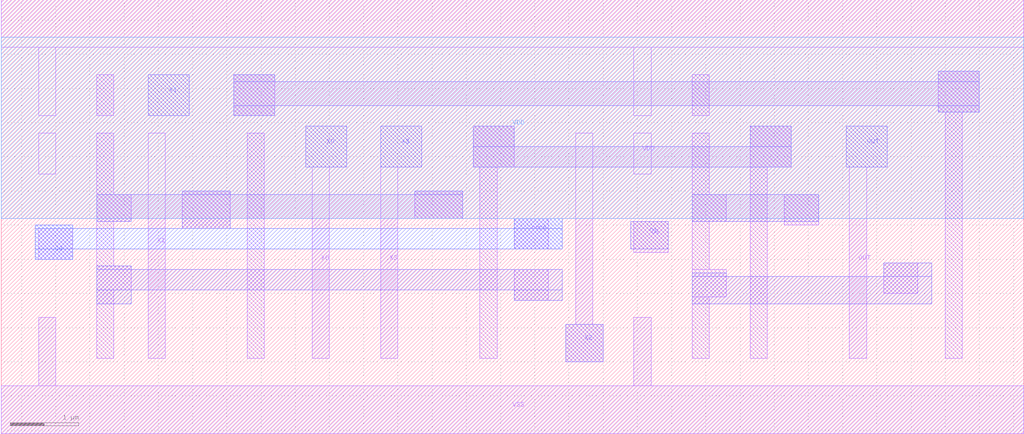
<source format=lef>
VERSION 5.7 ;
  NOWIREEXTENSIONATPIN ON ;
  DIVIDERCHAR "/" ;
  BUSBITCHARS "[]" ;
MACRO gf180mcu_osu_sc_gp9t3v3__mux4_1
  CLASS BLOCK ;
  FOREIGN gf180mcu_osu_sc_gp9t3v3__mux4_1 ;
  ORIGIN 0.800 1.050 ;
  SIZE 14.950 BY 6.350 ;
  PIN C0
    DIRECTION INPUT ;
    ANTENNAGATEAREA 2.295000 ;
    PORT
      LAYER Metal1 ;
        RECT -0.250 1.500 0.250 1.950 ;
        RECT 6.700 1.650 7.200 2.100 ;
      LAYER Metal2 ;
        RECT -0.300 1.500 0.250 2.000 ;
        RECT 6.700 1.650 7.400 2.100 ;
      LAYER Metal3 ;
        RECT -0.300 1.950 0.250 2.000 ;
        RECT 6.700 1.950 7.400 2.100 ;
        RECT -0.300 1.650 7.400 1.950 ;
        RECT -0.300 1.500 0.250 1.650 ;
    END
  END C0
  PIN X1
    DIRECTION INPUT ;
    ANTENNADIFFAREA 2.550000 ;
    PORT
      LAYER Metal1 ;
        RECT 1.350 3.600 1.950 4.200 ;
        RECT 1.350 0.050 1.600 3.350 ;
      LAYER Metal2 ;
        RECT 1.350 3.600 1.950 4.200 ;
    END
  END X1
  PIN X0
    DIRECTION INPUT ;
    ANTENNADIFFAREA 1.912500 ;
    PORT
      LAYER Metal1 ;
        RECT 3.650 2.850 4.250 3.450 ;
        RECT 3.750 0.050 4.000 2.850 ;
      LAYER Metal2 ;
        RECT 3.650 2.850 4.250 3.450 ;
    END
  END X0
  PIN X3
    DIRECTION INPUT ;
    ANTENNADIFFAREA 2.550000 ;
    PORT
      LAYER Metal1 ;
        RECT 4.750 2.850 5.350 3.450 ;
        RECT 4.750 0.050 5.000 2.850 ;
      LAYER Metal2 ;
        RECT 4.750 2.850 5.350 3.450 ;
    END
  END X3
  PIN X2
    DIRECTION INPUT ;
    ANTENNADIFFAREA 1.657500 ;
    PORT
      LAYER Metal1 ;
        RECT 7.600 0.550 7.850 3.350 ;
        RECT 7.450 0.000 8.000 0.550 ;
      LAYER Metal2 ;
        RECT 7.450 0.000 8.000 0.550 ;
    END
  END X2
  PIN C1
    DIRECTION INPUT ;
    ANTENNAGATEAREA 1.530000 ;
    PORT
      LAYER Metal1 ;
        RECT 8.450 1.600 8.950 2.050 ;
      LAYER Metal2 ;
        RECT 8.400 1.650 8.950 2.050 ;
    END
  END C1
  PIN OUT
    DIRECTION OUTPUT ;
    ANTENNADIFFAREA 2.932500 ;
    PORT
      LAYER Metal1 ;
        RECT 11.550 2.850 12.150 3.450 ;
        RECT 11.600 0.050 11.850 2.850 ;
      LAYER Metal2 ;
        RECT 11.550 2.850 12.150 3.450 ;
    END
  END OUT
  PIN VDD
    DIRECTION INOUT ;
    USE POWER ;
    PORT
      LAYER Nwell ;
        RECT -0.800 2.100 14.150 4.750 ;
      LAYER Metal1 ;
        RECT -0.800 4.600 14.150 5.300 ;
        RECT -0.250 3.600 0.000 4.600 ;
        RECT 8.450 3.600 8.700 4.600 ;
        RECT -0.250 2.750 0.000 3.350 ;
        RECT 8.450 2.750 8.700 3.350 ;
    END
  END VDD
  PIN VSS
    DIRECTION INOUT ;
    USE GROUND ;
    PORT
      LAYER Metal1 ;
        RECT -0.250 -0.350 0.000 0.650 ;
        RECT 8.450 -0.350 8.700 0.650 ;
        RECT -0.800 -1.050 14.150 -0.350 ;
    END
  END VSS
  OBS
      LAYER Metal1 ;
        RECT 0.600 3.600 0.850 4.200 ;
        RECT 2.600 3.600 3.200 4.200 ;
        RECT 9.300 3.600 9.550 4.200 ;
        RECT 12.900 3.650 13.500 4.250 ;
        RECT 0.600 2.450 0.850 3.350 ;
        RECT 0.600 2.050 1.100 2.450 ;
        RECT 0.600 1.400 0.850 2.050 ;
        RECT 1.850 1.950 2.550 2.500 ;
        RECT 0.600 1.050 1.100 1.400 ;
        RECT 0.600 0.050 0.850 1.050 ;
        RECT 2.800 0.050 3.050 3.350 ;
        RECT 6.100 2.850 6.700 3.450 ;
        RECT 5.250 2.100 5.950 2.500 ;
        RECT 6.200 0.050 6.450 2.850 ;
        RECT 9.300 2.450 9.550 3.350 ;
        RECT 10.150 2.850 10.750 3.450 ;
        RECT 9.300 2.050 9.800 2.450 ;
        RECT 9.300 1.350 9.550 2.050 ;
        RECT 6.700 0.900 7.200 1.350 ;
        RECT 9.300 0.950 9.800 1.350 ;
        RECT 9.300 0.050 9.550 0.950 ;
        RECT 10.150 0.050 10.400 2.850 ;
        RECT 10.650 2.000 11.150 2.450 ;
        RECT 12.100 1.000 12.600 1.450 ;
        RECT 13.000 0.050 13.250 3.650 ;
      LAYER Metal2 ;
        RECT 2.600 4.100 3.200 4.200 ;
        RECT 12.900 4.100 13.500 4.250 ;
        RECT 2.600 3.750 13.500 4.100 ;
        RECT 2.600 3.600 3.200 3.750 ;
        RECT 12.900 3.650 13.500 3.750 ;
        RECT 6.100 3.150 6.700 3.450 ;
        RECT 10.150 3.150 10.750 3.450 ;
        RECT 6.100 2.850 10.750 3.150 ;
        RECT 1.850 2.450 2.550 2.500 ;
        RECT 5.250 2.450 5.950 2.500 ;
        RECT 0.600 2.100 5.950 2.450 ;
        RECT 0.600 2.050 1.100 2.100 ;
        RECT 1.850 1.950 2.550 2.100 ;
        RECT 9.300 2.050 11.150 2.450 ;
        RECT 0.600 1.350 1.100 1.400 ;
        RECT 0.600 1.050 7.400 1.350 ;
        RECT 0.600 0.850 1.100 1.050 ;
        RECT 6.700 0.900 7.400 1.050 ;
        RECT 9.300 1.250 9.800 1.300 ;
        RECT 12.100 1.250 12.800 1.450 ;
        RECT 9.300 0.850 12.800 1.250 ;
  END
END gf180mcu_osu_sc_gp9t3v3__mux4_1
END LIBRARY


</source>
